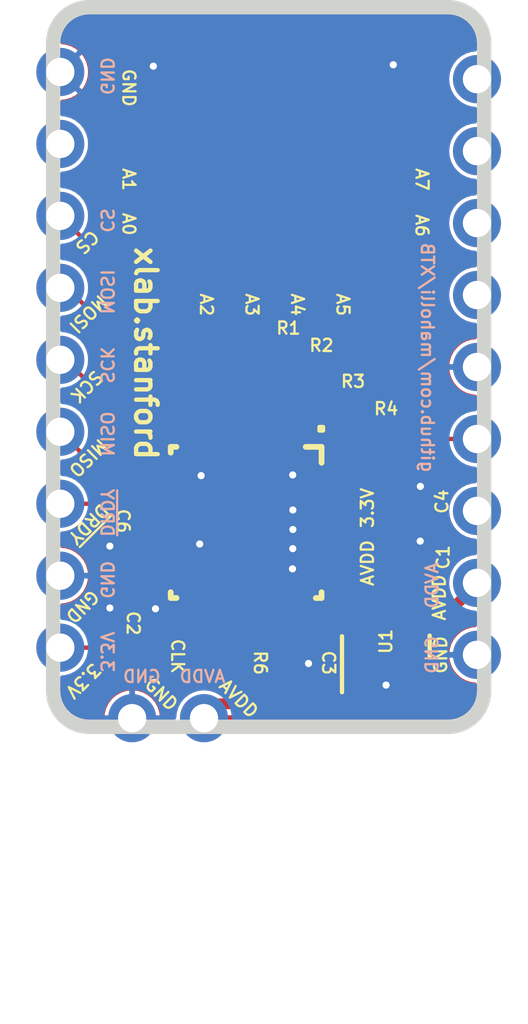
<source format=kicad_pcb>
(kicad_pcb (version 20221018) (generator pcbnew)
  (layers (0 "F.Cu" signal "Top") (31 "B.Cu" signal "Bottom") (34 "B.Paste" user) (35 "F.Paste" user) (36 "B.SilkS" user "B.Silkscreen") (37 "F.SilkS" user "F.Silkscreen") (38 "B.Mask" user) (39 "F.Mask" user) (44 "Edge.Cuts" user))
  (net 0 "")
  (net 1 "/AIN6")
  (net 2 "/AIN7")
  (net 3 "/AIN8")
  (net 4 "/AIN9")
  (net 5 "/AIN10")
  (net 6 "/AIN11")
  (net 7 "/ADC_~{RST}")
  (net 8 "/SPI_MISO")
  (net 9 "/SPI_SCK")
  (net 10 "/SPI_MOSI")
  (net 11 "/SPI_CS")
  (net 12 "/AIN0")
  (net 13 "/AIN1")
  (net 14 "/AIN2")
  (net 15 "/AIN3")
  (net 16 "/AIN4")
  (net 17 "/AIN5")
  (net 18 "/AIN1_QFN")
  (net 19 "/AIN2_QFN")
  (net 20 "/AIN3_QFN")
  (net 21 "/AIN4_QFN")
  (net 22 "AIN0_QFN")
  (net 23 "Net-(U1-Pad1)")
  (net 24 "Net-(U4-Pad25)")
  (net 25 "/~{DRDY}")
  (net 26 "Net-(J1-Pad2)")
  (net 27 "Net-(J2-Pad4)")
  (net 28 "Net-(J2-Pad3)")
  (net 29 "AVDD_OUT")
  (net 30 "Net-(J2-Pad7)")
  (net 31 "AVDD_IN")
  (net 32 "/AVDD")
  (net 33 "/CLK_IN")
  (net 34 "/CLK")
  (net 35 "/GND")
  (net 36 "AIN6_QFN")
  (net 37 "AIN7_QFN")
  (net 38 "/AIN5_QFN")
  (net 39 "/3.3V")
  (net 40 "Net-(C3-Pad1)")
  (net 41 "Net-(U2-Pad12)")
  (net 42 "Net-(U2-Pad9)")
  (net 43 "Net-(U2-Pad11)")
  (net 44 "Net-(U2-Pad10)")
  (net 45 "Net-(U2-Pad14)")
  (net 46 "Net-(U2-Pad7)")
  (net 47 "Net-(J2-Pad2)")
  (net 48 "Net-(J2-Pad1)")
  (footprint "custom-footprints:LM4120IM5X-1.8&slash_NOPB" (layer "F.Cu") (at 152.64486 114.8588 90)
    (fp_text reference "U1" (at 0.16794 0 90) (layer "F.SilkS") (effects (font (size 0.4318 0.4318) (thickness 0.08128))))
    (fp_text value "LM4120-1P8DBV" hide)
    (fp_line (start -1.625001 -1.549999) (end 0.349999 -1.549999) (stroke (width 0.1524)) (layer "F.SilkS"))
    (fp_line (start -0.399999 1.549999) (end 0.375003 1.549999) (stroke (width 0.1524)) (layer "F.SilkS"))
    (pad "1" smd rect (at -1.375001 -0.950001 180) (size 0.599999 1.000001) (layers "F.Cu") (net 23 "Net-(U1-Pad1)"))
    (pad "2" smd rect (at -1.375001 0 180) (size 0.599999 1.000001) (layers "F.Cu") (net 35 "/GND"))
    (pad "3" smd rect (at -1.375001 0.949998 180) (size 0.599999 1.000001) (layers "F.Cu") (net 31 "AVDD_IN"))
    (pad "4" smd rect (at 1.374999 0.949998 180) (size 0.599999 1.000001) (layers "F.Cu") (net 31 "AVDD_IN"))
    (pad "5" smd rect (at 1.374999 -0.950001 180) (size 0.599999 1.000001) (layers "F.Cu") (net 29 "AVDD_OUT"))
  )
  (footprint "Resistor_SMD:R_0402_1005Metric" (layer "F.Cu") (at 152.77338 110.67542 90)
    (fp_text reference "R8" hide)
    (fp_text value "0" hide)
    (pad "1" smd roundrect (at -0.485 0 90) (size 0.59 0.64) (layers "F.Cu" "F.Paste" "F.Mask") (net 32 "/AVDD"))
    (pad "2" smd roundrect (at 0.485 0 90) (size 0.59 0.64) (layers "F.Cu" "F.Paste" "F.Mask") (net 39 "/3.3V"))
  )
  (footprint "Resistor_SMD:R_0402_1005Metric" (layer "F.Cu") (at 152.77338 111.6457 90)
    (fp_text reference "R9" hide)
    (fp_text value "0" hide)
    (pad "1" smd roundrect (at -0.485 0 90) (size 0.59 0.64) (layers "F.Cu" "F.Paste" "F.Mask") (net 29 "AVDD_OUT"))
    (pad "2" smd roundrect (at 0.485 0 90) (size 0.59 0.64) (layers "F.Cu" "F.Paste" "F.Mask") (net 32 "/AVDD"))
  )
  (footprint "custom-footprints:C_ARRAY_EXB28V" (layer "F.Cu") (at 146.812 104.6988 90)
    (fp_text reference "RA2" hide)
    (fp_text value "EXB-28VR000X" hide)
    (pad "1" smd rect (at -0.5989 -1.016 90) (size 0.7072 0.9144) (layers "F.Cu" "F.Paste" "F.Mask") (net 12 "/AIN0"))
    (pad "2" smd rect (at -0.5989 -0.2477 90) (size 0.7072 0.3556) (layers "F.Cu" "F.Paste" "F.Mask") (net 13 "/AIN1"))
    (pad "3" smd rect (at -0.5989 0.2412 90) (size 0.7072 0.3556) (layers "F.Cu" "F.Paste" "F.Mask") (net 14 "/AIN2"))
    (pad "4" smd rect (at -0.5989 1.016 90) (size 0.7072 0.9144) (layers "F.Cu" "F.Paste" "F.Mask") (net 15 "/AIN3"))
    (pad "5" smd rect (at 0.5989 1.016 90) (size 0.7072 0.9144) (layers "F.Cu" "F.Paste" "F.Mask") (net 20 "/AIN3_QFN"))
    (pad "6" smd rect (at 0.5989 0.2477 90) (size 0.7072 0.3556) (layers "F.Cu" "F.Paste" "F.Mask") (net 19 "/AIN2_QFN"))
    (pad "7" smd rect (at 0.5989 -0.2412 90) (size 0.7072 0.3556) (layers "F.Cu" "F.Paste" "F.Mask") (net 18 "/AIN1_QFN"))
    (pad "8" smd rect (at 0.5989 -1.016 90) (size 0.7072 0.9144) (layers "F.Cu" "F.Paste" "F.Mask") (net 22 "AIN0_QFN"))
  )
  (footprint "Capacitor_SMD:C_0402_1005Metric" (layer "F.Cu") (at 153.86558 109.7026 -90)
    (fp_text reference "C4" (at 0.05334 -0.762 90) (layer "F.SilkS") (effects (font (size 0.4318 0.4318) (thickness 0.08128))))
    (fp_text value "0.33uF" hide)
    (pad "1" smd roundrect (at -0.485 0 270) (size 0.59 0.64) (layers "F.Cu" "F.Paste" "F.Mask") (net 35 "/GND"))
    (pad "2" smd roundrect (at 0.485 0 270) (size 0.59 0.64) (layers "F.Cu" "F.Paste" "F.Mask") (net 39 "/3.3V"))
  )
  (footprint "Resistor_SMD:R_0402_1005Metric" (layer "F.Cu") (at 149.1615 104.902 90)
    (fp_text reference "R1" (at 1.27 0.0381 180) (layer "F.SilkS") (effects (font (size 0.4318 0.4318) (thickness 0.08128))))
    (fp_text value "47" hide)
    (pad "1" smd roundrect (at -0.485 0 90) (size 0.59 0.64) (layers "F.Cu" "F.Paste" "F.Mask") (net 16 "/AIN4"))
    (pad "2" smd roundrect (at 0.485 0 90) (size 0.59 0.64) (layers "F.Cu" "F.Paste" "F.Mask") (net 21 "/AIN4_QFN"))
  )
  (footprint "Resistor_SMD:R_0402_1005Metric" (layer "F.Cu") (at 151.511 106.8705 90)
    (fp_text reference "R3" (at 1.3589 -0.0254 180) (layer "F.SilkS") (effects (font (size 0.4318 0.4318) (thickness 0.08128))))
    (fp_text value "47" hide)
    (pad "1" smd roundrect (at -0.485 0 90) (size 0.59 0.64) (layers "F.Cu" "F.Paste" "F.Mask") (net 1 "/AIN6"))
    (pad "2" smd roundrect (at 0.485 0 90) (size 0.59 0.64) (layers "F.Cu" "F.Paste" "F.Mask") (net 36 "AIN6_QFN"))
  )
  (footprint "Resistor_SMD:R_0402_1005Metric" (layer "F.Cu") (at 152.654 107.823 90)
    (fp_text reference "R4" (at 1.3462 0 180) (layer "F.SilkS") (effects (font (size 0.4318 0.4318) (thickness 0.08128))))
    (fp_text value "47" hide)
    (pad "1" smd roundrect (at -0.485 0 90) (size 0.59 0.64) (layers "F.Cu" "F.Paste" "F.Mask") (net 2 "/AIN7"))
    (pad "2" smd roundrect (at 0.485 0 90) (size 0.59 0.64) (layers "F.Cu" "F.Paste" "F.Mask") (net 37 "AIN7_QFN"))
  )
  (footprint "Connector_PinHeader_2.54mm:PinHeader_1x09_P2.54mm_Vertical" (layer "F.Cu") (at 155.8671 94.8436)
    (fp_text reference "J2" hide)
    (fp_text value "Conn_01x09" hide)
    (pad "1" thru_hole circle (at 0 0) (size 1.7 1.7) (drill 1) (layers "*.Cu" "*.Mask") (net 48 "Net-(J2-Pad1)"))
    (pad "2" thru_hole oval (at 0 2.54) (size 1.7 1.7) (drill 1) (layers "*.Cu" "*.Mask") (net 47 "Net-(J2-Pad2)"))
    (pad "3" thru_hole oval (at 0 5.08) (size 1.7 1.7) (drill 1) (layers "*.Cu" "*.Mask") (net 28 "Net-(J2-Pad3)"))
    (pad "4" thru_hole oval (at 0 7.62) (size 1.7 1.7) (drill 1) (layers "*.Cu" "*.Mask") (net 27 "Net-(J2-Pad4)"))
    (pad "5" thru_hole oval (at 0 10.16) (size 1.7 1.7) (drill 1) (layers "*.Cu" "*.Mask") (net 35 "/GND"))
    (pad "6" thru_hole oval (at 0 12.7) (size 1.7 1.7) (drill 1) (layers "*.Cu" "*.Mask") (net 39 "/3.3V"))
    (pad "7" thru_hole oval (at 0 15.24) (size 1.7 1.7) (drill 1) (layers "*.Cu" "*.Mask") (net 30 "Net-(J2-Pad7)"))
    (pad "8" thru_hole oval (at 0 17.78) (size 1.7 1.7) (drill 1) (layers "*.Cu" "*.Mask") (net 31 "AVDD_IN"))
    (pad "9" thru_hole oval (at 0 20.32) (size 1.7 1.7) (drill 1) (layers "*.Cu" "*.Mask") (net 35 "/GND"))
  )
  (footprint "custom-footprints:HVQFN_C" (layer "F.Cu") (at 148.6916 97.536 90)
    (fp_text reference "U2" hide)
    (fp_text value "M-QFN28_B")
    (pad "1" smd rect (at -4.254 -2.40375 180) (size 0.575 0.7) (layers "F.Cu" "F.Paste" "F.Mask") (net 19 "/AIN2_QFN"))
    (pad "2" smd rect (at -4.254 -0.80125 180) (size 0.575 0.7) (layers "F.Cu" "F.Paste" "F.Mask") (net 20 "/AIN3_QFN"))
    (pad "3" smd rect (at -4.254 0.80125 180) (size 0.575 0.7) (layers "F.Cu" "F.Paste" "F.Mask") (net 21 "/AIN4_QFN"))
    (pad "4" smd rect (at -4.254 2.40375 180) (size 0.575 0.7) (layers "F.Cu" "F.Paste" "F.Mask") (net 38 "/AIN5_QFN"))
    (pad "5" smd rect (at -2.40375 4.254 270) (size 0.575 0.7) (layers "F.Cu" "F.Paste" "F.Mask") (net 36 "AIN6_QFN"))
    (pad "6" smd rect (at -0.80125 4.254 270) (size 0.575 0.7) (layers "F.Cu" "F.Paste" "F.Mask") (net 37 "AIN7_QFN"))
    (pad "7" smd rect (at 0.80125 4.254 270) (size 0.575 0.7) (layers "F.Cu" "F.Paste" "F.Mask") (net 46 "Net-(U2-Pad7)"))
    (pad "8" smd rect (at 2.40375 4.254 270) (size 0.575 0.7) (layers "F.Cu" "F.Paste" "F.Mask") (net 35 "/GND"))
    (pad "9" smd rect (at 4.254 2.40375 180) (size 0.575 0.7) (layers "F.Cu" "F.Paste" "F.Mask") (net 42 "Net-(U2-Pad9)"))
    (pad "10" smd rect (at 4.254 0.80125 180) (size 0.575 0.7) (layers "F.Cu" "F.Paste" "F.Mask") (net 44 "Net-(U2-Pad10)"))
    (pad "11" smd rect (at 4.254 -0.80125 180) (size 0.575 0.7) (layers "F.Cu" "F.Paste" "F.Mask") (net 43 "Net-(U2-Pad11)"))
    (pad "12" smd rect (at 4.254 -2.40375 180) (size 0.575 0.7) (layers "F.Cu" "F.Paste" "F.Mask") (net 41 "Net-(U2-Pad12)"))
    (pad "13" smd rect (at 2.40375 -4.254 270) (size 0.575 0.7) (layers "F.Cu" "F.Paste" "F.Mask") (net 35 "/GND"))
    (pad "14" smd rect (at 0.80125 -4.254 270) (size 0.575 0.7) (layers "F.Cu" "F.Paste" "F.Mask") (net 45 "Net-(U2-Pad14)"))
    (pad "15" smd rect (at -0.80125 -4.254 270) (size 0.575 0.7) (layers "F.Cu" "F.Paste" "F.Mask") (net 18 "/AIN1_QFN"))
    (pad "16" smd rect (at -2.40375 -4.254 270) (size 0.575 0.7) (layers "F.Cu" "F.Paste" "F.Mask") (net 22 "AIN0_QFN"))
  )
  (footprint "Capacitor_SMD:C_0402_1005Metric" (layer "F.Cu") (at 142.8877 111.8108 90)
    (fp_text reference "C6" (at 1.3716 0.4699 270 unlocked) (layer "F.SilkS") (effects (font (size 0.4318 0.4318) (thickness 0.08128))))
    (fp_text value "0.1uF" hide)
    (pad "1" smd roundrect (at -0.485 0 90) (size 0.59 0.64) (layers "F.Cu" "F.Paste" "F.Mask") (net 39 "/3.3V"))
    (pad "2" smd roundrect (at 0.485 0 90) (size 0.59 0.64) (layers "F.Cu" "F.Paste" "F.Mask") (net 35 "/GND"))
  )
  (footprint "Connector_PinHeader_2.54mm:PinHeader_1x09_P2.54mm_Vertical" (layer "F.Cu") (at 141.1351 94.5896)
    (fp_text reference "J1" hide)
    (fp_text value "Conn_01x09" hide)
    (pad "1" thru_hole circle (at 0 0) (size 1.7 1.7) (drill 1) (layers "*.Cu" "*.Mask") (net 35 "/GND"))
    (pad "2" thru_hole oval (at 0 2.54) (size 1.7 1.7) (drill 1) (layers "*.Cu" "*.Mask") (net 26 "Net-(J1-Pad2)"))
    (pad "3" thru_hole oval (at 0 5.08) (size 1.7 1.7) (drill 1) (layers "*.Cu" "*.Mask") (net 11 "/SPI_CS"))
    (pad "4" thru_hole oval (at 0 7.62) (size 1.7 1.7) (drill 1) (layers "*.Cu" "*.Mask") (net 10 "/SPI_MOSI"))
    (pad "5" thru_hole oval (at 0 10.16) (size 1.7 1.7) (drill 1) (layers "*.Cu" "*.Mask") (net 9 "/SPI_SCK"))
    (pad "6" thru_hole oval (at 0 12.7) (size 1.7 1.7) (drill 1) (layers "*.Cu" "*.Mask") (net 8 "/SPI_MISO"))
    (pad "7" thru_hole oval (at 0 15.24) (size 1.7 1.7) (drill 1) (layers "*.Cu" "*.Mask") (net 25 "/~{DRDY}"))
    (pad "8" thru_hole oval (at 0 17.78) (size 1.7 1.7) (drill 1) (layers "*.Cu" "*.Mask") (net 35 "/GND"))
    (pad "9" thru_hole oval (at 0 20.32) (size 1.7 1.7) (drill 1) (layers "*.Cu" "*.Mask") (net 39 "/3.3V"))
  )
  (footprint "Resistor_SMD:R_0402_1005Metric" (layer "F.Cu") (at 144.5006 114.023 -90)
    (fp_text reference "R7" hide)
    (fp_text value "0")
    (pad "1" smd roundrect (at -0.485 0 270) (size 0.59 0.64) (layers "F.Cu" "F.Paste" "F.Mask") (net 35 "/GND"))
    (pad "2" smd roundrect (at 0.485 0 270) (size 0.59 0.64) (layers "F.Cu" "F.Paste" "F.Mask") (net 34 "/CLK"))
  )
  (footprint "Resistor_SMD:R_0402_1005Metric" (layer "F.Cu") (at 144.5006 114.99342 -90)
    (fp_text reference "R5" hide)
    (fp_text value "0" hide)
    (pad "1" smd roundrect (at -0.485 0 270) (size 0.59 0.64) (layers "F.Cu" "F.Paste" "F.Mask") (net 34 "/CLK"))
    (pad "2" smd roundrect (at 0.485 0 270) (size 0.59 0.64) (layers "F.Cu" "F.Paste" "F.Mask") (net 33 "/CLK_IN"))
  )
  (footprint "Capacitor_SMD:C_0402_1005Metric" (layer "F.Cu") (at 149.4409 115.4557)
    (fp_text reference "C3" (at 1.1811 -0.0127 270 unlocked) (layer "F.SilkS") (effects (font (size 0.4318 0.4318) (thickness 0.08128))))
    (fp_text value "1uF" hide)
    (pad "1" smd roundrect (at -0.485 0) (size 0.59 0.64) (layers "F.Cu" "F.Paste" "F.Mask") (net 40 "Net-(C3-Pad1)"))
    (pad "2" smd roundrect (at 0.485 0) (size 0.59 0.64) (layers "F.Cu" "F.Paste" "F.Mask") (net 35 "/GND"))
  )
  (footprint "custom-footprints:ADS124S08_QFP" (layer "F.Cu") (at 147.701 110.49 -90)
    (fp_text reference "U4" hide)
    (fp_text value "Value")
    (pad "1" smd rect (at -3.1 -1.75) (size 0.3 1.6) (layers "F.Cu" "F.Paste" "F.Mask") (net 35 "/GND"))
    (pad "2" smd rect (at -3.1 -1.25) (size 0.3 1.6) (layers "F.Cu" "F.Paste" "F.Mask") (net 17 "/AIN5"))
    (pad "3" smd rect (at -3.1 -0.75) (size 0.3 1.6) (layers "F.Cu" "F.Paste" "F.Mask") (net 16 "/AIN4"))
    (pad "4" smd rect (at -3.1 -0.25) (size 0.3 1.6) (layers "F.Cu" "F.Paste" "F.Mask") (net 15 "/AIN3"))
    (pad "5" smd rect (at -3.1 0.25) (size 0.3 1.6) (layers "F.Cu" "F.Paste" "F.Mask") (net 14 "/AIN2"))
    (pad "6" smd rect (at -3.1 0.75) (size 0.3 1.6) (layers "F.Cu" "F.Paste" "F.Mask") (net 13 "/AIN1"))
    (pad "7" smd rect (at -3.1 1.25) (size 0.3 1.6) (layers "F.Cu" "F.Paste" "F.Mask") (net 12 "/AIN0"))
    (pad "8" smd rect (at -3.1 1.75) (size 0.3 1.6) (layers "F.Cu" "F.Paste" "F.Mask") (net 35 "/GND"))
    (pad "9" smd rect (at -1.75 3.1 270) (size 0.3 1.6) (layers "F.Cu" "F.Paste" "F.Mask") (net 11 "/SPI_CS"))
    (pad "10" smd rect (at -1.25 3.1 270) (size 0.3 1.6) (layers "F.Cu" "F.Paste" "F.Mask") (net 10 "/SPI_MOSI"))
    (pad "11" smd rect (at -0.75 3.1 270) (size 0.3 1.6) (layers "F.Cu" "F.Paste" "F.Mask") (net 9 "/SPI_SCK"))
    (pad "12" smd rect (at -0.25 3.1 270) (size 0.3 1.6) (layers "F.Cu" "F.Paste" "F.Mask") (net 8 "/SPI_MISO"))
    (pad "13" smd rect (at 0.25 3.1 270) (size 0.3 1.6) (layers "F.Cu" "F.Paste" "F.Mask") (net 25 "/~{DRDY}"))
    (pad "14" smd rect (at 0.75 3.1 270) (size 0.3 1.6) (layers "F.Cu" "F.Paste" "F.Mask") (net 35 "/GND"))
    (pad "15" smd rect (at 1.25 3.1 270) (size 0.3 1.6) (layers "F.Cu" "F.Paste" "F.Mask") (net 39 "/3.3V"))
    (pad "16" smd rect (at 1.75 3.1 270) (size 0.3 1.6) (layers "F.Cu" "F.Paste" "F.Mask") (net 39 "/3.3V"))
    (pad "17" smd rect (at 3.1 1.75) (size 0.3 1.6) (layers "F.Cu" "F.Paste" "F.Mask") (net 34 "/CLK"))
    (pad "18" smd rect (at 3.1 1.25) (size 0.3 1.6) (layers "F.Cu" "F.Paste" "F.Mask") (net 7 "/ADC_~{RST}"))
    (pad "19" smd rect (at 3.1 0.75) (size 0.3 1.6) (layers "F.Cu" "F.Paste" "F.Mask") (net 6 "/AIN11"))
    (pad "20" smd rect (at 3.1 0.25) (size 0.3 1.6) (layers "F.Cu" "F.Paste" "F.Mask") (net 5 "/AIN10"))
    (pad "21" smd rect (at 3.1 -0.25) (size 0.3 1.6) (layers "F.Cu" "F.Paste" "F.Mask") (net 4 "/AIN9"))
    (pad "22" smd rect (at 3.1 -0.75) (size 0.3 1.6) (layers "F.Cu" "F.Paste" "F.Mask") (net 3 "/AIN8"))
    (pad "23" smd rect (at 3.1 -1.25) (size 0.3 1.6) (layers "F.Cu" "F.Paste" "F.Mask") (net 40 "Net-(C3-Pad1)"))
    (pad "24" smd rect (at 3.1 -1.75) (size 0.3 1.6) (layers "F.Cu" "F.Paste" "F.Mask") (net 35 "/GND"))
    (pad "25" smd rect (at 1.75 -3.1 270) (size 0.3 1.6) (layers "F.Cu" "F.Paste" "F.Mask") (net 24 "Net-(U4-Pad25)"))
    (pad "26" smd rect (at 1.25 -3.1 270) (size 0.3 1.6) (layers "F.Cu" "F.Paste" "F.Mask") (net 32 "/AVDD"))
    (pad "27" smd rect (at 0.75 -3.1 270) (size 0.3 1.6) (layers "F.Cu" "F.Paste" "F.Mask") (net 35 "/GND"))
    (pad "28" smd rect (at 0.25 -3.1 270) (size 0.3 1.6) (layers "F.Cu" "F.Paste" "F.Mask") (net 35 "/GND"))
    (pad "29" smd rect (at -0.25 -3.1 270) (size 0.3 1.6) (layers "F.Cu" "F.Paste" "F.Mask") (net 35 "/GND"))
    (pad "30" smd rect (at -0.75 -3.1 270) (size 0.3 1.6) (layers "F.Cu" "F.Paste" "F.Mask") (net 32 "/AVDD"))
    (pad "31" smd rect (at -1.25 -3.1 270) (size 0.3 1.6) (layers "F.Cu" "F.Paste" "F.Mask") (net 2 "/AIN7"))
    (pad "32" smd rect (at -1.75 -3.1 270) (size 0.3 1.6) (layers "F.Cu" "F.Paste" "F.Mask") (net 1 "/AIN6"))
  )
  (footprint "custom-footprints:ADS124208_withpad" (layer "F.Cu") (at 147.7051 110.49 -90)
    (fp_text reference "U5" hide)
    (fp_text value "Value" hide)
    (fp_line (start -2.667 -2.667) (end -2.1082 -2.667) (stroke (width 0.2032)) (layer "F.SilkS"))
    (fp_line (start -2.667 -2.1082) (end -2.667 -2.667) (stroke (width 0.2032)) (layer "F.SilkS"))
    (fp_line (start -2.667 2.667) (end -2.667 2.4638) (stroke (width 0.2032)) (layer "F.SilkS"))
    (fp_line (start -2.667 2.667) (end -2.4638 2.667) (stroke (width 0.2032)) (layer "F.SilkS"))
    (fp_line (start 2.4638 -2.667) (end 2.667 -2.667) (stroke (width 0.2032)) (layer "F.SilkS"))
    (fp_line (start 2.4638 2.667) (end 2.667 2.667) (stroke (width 0.2032)) (layer "F.SilkS"))
    (fp_line (start 2.667 -2.4638) (end 2.667 -2.667) (stroke (width 0.2032)) (layer "F.SilkS"))
    (fp_line (start 2.667 2.667) (end 2.667 2.4638) (stroke (width 0.2032)) (layer "F.SilkS"))
    (pad "1" smd rect (at -2.4 -1.75 180) (size 0.24 0.6) (layers "F.Cu" "F.Paste" "F.Mask") (net 35 "/GND"))
    (pad "2" smd rect (at -2.4 -1.25 180) (size 0.24 0.6) (layers "F.Cu" "F.Paste" "F.Mask") (net 17 "/AIN5"))
    (pad "3" smd rect (at -2.4 -0.75 180) (size 0.24 0.6) (layers "F.Cu" "F.Paste" "F.Mask") (net 16 "/AIN4"))
    (pad "4" smd rect (at -2.4 -0.25 180) (size 0.24 0.6) (layers "F.Cu" "F.Paste" "F.Mask") (net 15 "/AIN3"))
    (pad "5" smd rect (at -2.4 0.250003 180) (size 0.24 0.6) (layers "F.Cu" "F.Paste" "F.Mask") (net 14 "/AIN2"))
    (pad "6" smd rect (at -2.4 0.75 180) (size 0.24 0.6) (layers "F.Cu" "F.Paste" "F.Mask") (net 13 "/AIN1"))
    (pad "7" smd rect (at -2.4 1.25 180) (size 0.24 0.6) (layers "F.Cu" "F.Paste" "F.Mask") (net 12 "/AIN0"))
    (pad "8" smd rect (at -2.4 1.750003 180) (size 0.24 0.6) (layers "F.Cu" "F.Paste" "F.Mask") (net 35 "/GND"))
    (pad "9" smd rect (at -1.75 2.4 270) (size 0.24 0.6) (layers "F.Cu" "F.Paste" "F.Mask") (net 11 "/SPI_CS"))
    (pad "10" smd rect (at -1.25 2.4 270) (size 0.24 0.6) (layers "F.Cu" "F.Paste" "F.Mask") (net 10 "/SPI_MOSI"))
    (pad "11" smd rect (at -0.75 2.4 270) (size 0.24 0.6) (layers "F.Cu" "F.Paste" "F.Mask") (net 9 "/SPI_SCK"))
    (pad "12" smd rect (at -0.25 2.4 270) (size 0.24 0.6) (layers "F.Cu" "F.Paste" "F.Mask") (net 8 "/SPI_MISO"))
    (pad "13" smd rect (at 0.250003 2.4 270) (size 0.24 0.6) (layers "F.Cu" "F.Paste" "F.Mask") (net 25 "/~{DRDY}"))
    (pad "14" smd rect (at 0.75 2.4 270) (size 0.24 0.6) (layers "F.Cu" "F.Paste" "F.Mask") (net 35 "/GND"))
    (pad "15" smd rect (at 1.25 2.4 270) (size 0.24 0.6) (layers "F.Cu" "F.Paste" "F.Mask") (net 39 "/3.3V"))
    (pad "16" smd rect (at 1.750003 2.4 270) (size 0.24 0.6) (layers "F.Cu" "F.Paste" "F.Mask") (net 39 "/3.3V"))
    (pad "17" smd rect (at 2.4 1.75) (size 0.24 0.6) (layers "F.Cu" "F.Paste" "F.Mask") (net 34 "/CLK"))
    (pad "18" smd rect (at 2.4 1.25) (size 0.24 0.6) (layers "F.Cu" "F.Paste" "F.Mask") (net 7 "/ADC_~{RST}"))
    (pad "19" smd rect (at 2.4 0.75) (size 0.24 0.6) (layers "F.Cu" "F.Paste" "F.Mask") (net 6 "/AIN11"))
    (pad "20" smd rect (at 2.4 0.25) (size 0.24 0.6) (layers "F.Cu" "F.Paste" "F.Mask") (net 5 "/AIN10"))
    (pad "21" smd rect (at 2.4 -0.250003) (size 0.24 0.6) (layers "F.Cu" "F.Paste" "F.Mask") (net 4 "/AIN9"))
    (pad "22" smd rect (at 2.4 -0.75) (size 0.24 0.6) (layers "F.Cu" "F.Paste" "F.Mask") (net 3 "/AIN8"))
    (pad "23" smd rect (at 2.4 -1.25) (size 0.24 0.6) (layers "F.Cu" "F.Paste" "F.Mask") (net 40 "Net-(C3-Pad1)"))
    (pad "24" smd rect (at 2.4 -1.750003) (size 0.24 0.6) (layers "F.Cu" "F.Paste" "F.Mask") (net 35 "/GND"))
    (pad "25" smd rect (at 1.75 -2.4 90) (size 0.24 0.6) (layers "F.Cu" "F.Paste" "F.Mask") (net 24 "Net-(U4-Pad25)"))
    (pad "26" smd rect (at 1.25 -2.4 90) (size 0.24 0.6) (layers "F.Cu" "F.Paste" "F.Mask") (net 32 "/AVDD"))
    (pad "27" smd rect (at 0.75 -2.4 90) (size 0.24 0.6) (layers "F.Cu" "F.Paste" "F.Mask") (net 35 "/GND"))
    (pad "28" smd rect (at 0.25 -2.4 90) (size 0.24 0.6) (layers "F.Cu" "F.Paste" "F.Mask") (net 35 "/GND"))
    (pad "29" smd rect (at -0.250003 -2.4 90) (size 0.24 0.6) (layers "F.Cu" "F.Paste" "F.Mask") (net 35 "/GND"))
    (pad "30" smd rect (at -0.75 -2.4 90) (size 0.24 0.6) (layers "F.Cu" "F.Paste" "F.Mask") (net 32 "/AVDD"))
    (pad "31" smd rect (at -1.25 -2.4 90) (size 0.24 0.6) (layers "F.Cu" "F.Paste" "F.Mask") (net 2 "/AIN7"))
    (pad "32" smd rect (at -1.750003 -2.4 90) (size 0.24 0.6) (layers "F.Cu" "F.Paste" "F.Mask") (net 1 "/AIN6"))
    (pad "33" smd rect (at 0 0 180) (size 3.300001 3.300001) (layers "F.Cu" "F.Paste" "F.Mask") (net 35 "/GND"))
  )
  (footprint "Capacitor_SMD:C_0402_1005Metric" (layer "F.Cu") (at 142.8877 113.9952 90)
    (fp_text reference "C2" (at -0.0508 0.8255 270 unlocked) (layer "F.SilkS") (effects (font (size 0.4318 0.4318) (thickness 0.08128))))
    (fp_text value "0.1uF" hide)
    (pad "1" smd roundrect (at -0.485 0 90) (size 0.59 0.64) (layers "F.Cu" "F.Paste" "F.Mask") (net 39 "/3.3V"))
    (pad "2" smd roundrect (at 0.485 0 90) (size 0.59 0.64) (layers "F.Cu" "F.Paste" "F.Mask") (net 35 "/GND"))
  )
  (footprint "Capacitor_SMD:C_0402_1005Metric" (layer "F.Cu") (at 153.8605 111.633 90)
    (fp_text reference "C1" (at -0.0889 0.81026 270) (layer "F.SilkS") (effects (font (size 0.4318 0.4318) (thickness 0.08128))))
    (fp_text value "1uF" hide)
    (pad "1" smd roundrect (at -0.485 0 90) (size 0.59 0.64) (layers "F.Cu" "F.Paste" "F.Mask") (net 29 "AVDD_OUT"))
    (pad "2" smd roundrect (at 0.485 0 90) (size 0.59 0.64) (layers "F.Cu" "F.Paste" "F.Mask") (net 35 "/GND"))
  )
  (footprint "custom-footprints:PinHeader_CUSTOM2" (layer "F.Cu") (at 146.2151 117.3988)
    (fp_text reference "J3" hide)
    (fp_text value "Conn_01x01")
    (pad "1" thru_hole oval (at 0 0) (size 1.7 1.7) (drill 1) (layers "*.Cu" "*.Mask") (net 31 "AVDD_IN"))
  )
  (footprint "custom-footprints:PinHeader_CUSTOM2" (layer "F.Cu") (at 143.6751 117.3988)
    (fp_text reference "J4" hide)
    (fp_text value "Conn_01x01")
    (pad "1" thru_hole oval (at 0 0) (size 1.7 1.7) (drill 1) (layers "*.Cu" "*.Mask") (net 35 "/GND"))
  )
  (footprint "Resistor_SMD:R_0402_1005Metric" (layer "F.Cu") (at 150.368 105.537 90)
    (fp_text reference "R2" (at 1.2954 0 180) (layer "F.SilkS") (effects (font (size 0.4318 0.4318) (thickness 0.08128))))
    (fp_text value "47" hide)
    (pad "1" smd roundrect (at -0.485 0 90) (size 0.59 0.64) (layers "F.Cu" "F.Paste" "F.Mask") (net 17 "/AIN5"))
    (pad "2" smd roundrect (at 0.485 0 90) (size 0.59 0.64) (layers "F.Cu" "F.Paste" "F.Mask") (net 38 "/AIN5_QFN"))
  )
  (footprint "Resistor_SMD:R_0402_1005Metric" (layer "F.Cu") (at 146.9644 115.4684 180)
    (fp_text reference "R6" (at -1.2446 0.0254 270 unlocked) (layer "F.SilkS") (effects (font (size 0.4318 0.4318) (thickness 0.08128))))
    (fp_text value "10K" hide)
    (pad "1" smd roundrect (at -0.485 0 180) (size 0.59 0.64) (layers "F.Cu" "F.Paste" "F.Mask") (net 39 "/3.3V"))
    (pad "2" smd roundrect (at 0.485 0 180) (size 0.59 0.64) (layers "F.Cu" "F.Paste" "F.Mask") (net 7 "/ADC_~{RST}"))
  )
  (gr_line (start 150.4251 107.2468) (end 150.2981 107.2468) (stroke (width 0.15)) (layer "F.SilkS"))
  (gr_line (start 150.4251 107.1198) (end 150.4251 107.2468) (stroke (width 0.15)) (layer "F.SilkS"))
  (gr_line (start 150.2981 107.2468) (end 150.2981 107.1198) (stroke (width 0.15)) (layer "F.SilkS"))
  (gr_line (start 150.2981 107.1198) (end 150.4251 107.1198) (stroke (width 0.15)) (layer "F.SilkS"))
  (gr_line (start 154.8511 92.3036) (end 142.1511 92.3036) (stroke (width 0.508)) (layer "Edge.Cuts"))
  (gr_arc (start 140.8811 93.5736) (mid 141.253074 92.675574) (end 142.1511 92.3036) (stroke (width 0.508)) (layer "Edge.Cuts"))
  (gr_line (start 142.1511 117.7036) (end 154.8511 117.7036) (stroke (width 0.508)) (layer "Edge.Cuts"))
  (gr_arc (start 156.1211 116.4336) (mid 155.749126 117.331626) (end 154.8511 117.7036) (stroke (width 0.508)) (layer "Edge.Cuts"))
  (gr_line (start 156.1211 116.4336) (end 156.1211 93.5736) (stroke (width 0.508)) (layer "Edge.Cuts"))
  (gr_line (start 140.8811 93.5736) (end 140.8811 116.4336) (stroke (width 0.508)) (layer "Edge.Cuts"))
  (gr_arc (start 154.8511 92.3036) (mid 155.749126 92.675574) (end 156.1211 93.5736) (stroke (width 0.508)) (layer "Edge.Cuts"))
  (gr_arc (start 142.1511 117.7036) (mid 141.253074 117.331626) (end 140.8811 116.4336) (stroke (width 0.508)) (layer "Edge.Cuts"))
  (gr_text "MISO" (at 143.0401 106.5276 -90) (layer "B.SilkS") (effects (font (size 0.43434 0.43434) (thickness 0.082296)) (justify right top mirror)))
  (gr_text "CS" (at 143.0401 99.3521 -90) (layer "B.SilkS") (effects (font (size 0.43434 0.43434) (thickness 0.082296)) (justify right top mirror)))
  (gr_text "GND" (at 143.0401 111.7981 -90) (layer "B.SilkS") (effects (font (size 0.43434 0.43434) (thickness 0.082296)) (justify right top mirror)))
  (gr_text "MOSI" (at 143.0401 101.5111 -90) (layer "B.SilkS") (effects (font (size 0.43434 0.43434) (thickness 0.082296)) (justify right top mirror)))
  (gr_text "SCK" (at 143.0401 104.2416 -90) (layer "B.SilkS") (effects (font (size 0.43434 0.43434) (thickness 0.082296)) (justify right top mirror)))
  (gr_text "~{DRDY}" (at 143.0401 109.2581 -90) (layer "B.SilkS") (effects (font (size 0.43434 0.43434) (thickness 0.082296)) (justify right top mirror)))
  (gr_text "GND" (at 143.0401 94.0181 -90) (layer "B.SilkS") (effects (font (size 0.43434 0.43434) (thickness 0.082296)) (justify right top mirror)))
  (gr_text "github.com/maholli/XTB" (at 154.3685 100.5713 -90) (layer "B.SilkS") (effects (font (size 0.43434 0.43434) (thickness 0.082296)) (justify right top mirror)))
  (gr_text "3.3V" (at 143.0401 114.3 -90) (layer "B.SilkS") (effects (font (size 0.43434 0.43434) (thickness 0.082296)) (justify right top mirror)))
  (gr_text "AVDD" (at 147.0152 116.1796) (layer "B.SilkS") (effects (font (size 0.4318 0.4318) (thickness 0.08128)) (justify left bottom mirror)))
  (gr_text "GND" (at 144.7292 116.1796) (layer "B.SilkS") (effects (font (size 0.4318 0.4318) (thickness 0.08128)) (justify left bottom mirror)))
  (gr_text "AVDD" (at 154.5336 111.8616 90) (layer "B.SilkS") (effects (font (size 0.4318 0.4318) (thickness 0.08128)) (justify left bottom mirror)))
  (gr_text "GND" (at 154.5336 114.4524 90) (layer "B.SilkS") (effects (font (size 0.4318 0.4318) (thickness 0.08128)) (justify left bottom mirror)))
  (gr_text "xlab.stanford" (at 143.7132 100.6856 270) (layer "F.SilkS") (effects (font (size 0.762 0.762) (thickness 0.1524)) (justify left bottom)))
  (gr_text "CLK" (at 145.034 114.554 270) (layer "F.SilkS") (effects (font (size 0.4318 0.4318) (thickness 0.08128)) (justify left bottom)))
  (gr_text "AVDD" (at 152.2476 112.776 90) (layer "F.SilkS") (effects (font (size 0.4318 0.4318) (thickness 0.08128)) (justify left bottom)))
  (gr_text "3.3V" (at 152.2476 110.73 90) (layer "F.SilkS") (effects (font (size 0.4318 0.4318) (thickness 0.08128)) (justify left bottom)))
  (gr_text "GND" (at 154.8384 115.8748 90) (layer "F.SilkS") (effects (font (size 0.4318 0.4318) (thickness 0.08128)) (justify left bottom)))
  (gr_text "GND" (at 144.018 116.2304 315) (layer "F.SilkS") (effects (font (size 0.4318 0.4318) (thickness 0.08128)) (justify left bottom)))
  (gr_text "AVDD" (at 146.6596 116.2812 315) (layer "F.SilkS") (effects (font (size 0.4318 0.4318) (thickness 0.08128)) (justify left bottom)))
  (gr_text "A0" (at 143.3068 99.5172 270) (layer "F.SilkS") (effects (font (size 0.4318 0.4318) (thickness 0.08128)) (justify left bottom)))
  (gr_text "A3" (at 147.658666 102.362 270) (layer "F.SilkS") (effects (font (size 0.4318 0.4318) (thickness 0.08128)) (justify left bottom)))
  (gr_text "A7" (at 153.67 97.9424 270) (layer "F.SilkS") (effects (font (size 0.4318 0.4318) (thickness 0.08128)) (justify left bottom)))
  (gr_text "~{DRDY}" (at 141.6812 111.3536 225) (layer "F.SilkS") (effects (font (size 0.43434 0.43434) (thickness 0.082296)) (justify right top)))
  (gr_text "GND" (at 143.3068 94.4372 270) (layer "F.SilkS") (effects (font (size 0.4318 0.4318) (thickness 0.08128)) (justify left bottom)))
  (gr_text "SCK" (at 142.367 105.029 225) (layer "F.SilkS") (effects (font (size 0.4318 0.4318) (thickness 0.08128)) (justify left bottom)))
  (gr_text "MOSI" (at 142.5321 102.362 225) (layer "F.SilkS") (effects (font (size 0.4318 0.4318) (thickness 0.08128)) (justify left bottom)))
  (gr_text "A6" (at 153.67 99.568 270) (layer "F.SilkS") (effects (font (size 0.4318 0.4318) (thickness 0.08128)) (justify left bottom)))
  (gr_text "A5" (at 150.876 102.362 270) (layer "F.SilkS") (effects (font (size 0.4318 0.4318) (thickness 0.08128)) (justify left bottom)))
  (gr_text "MISO" (at 142.5321 107.442 225) (layer "F.SilkS") (effects (font (size 0.4318 0.4318) (thickness 0.08128)) (justify left bottom)))
  (gr_text "AVDD" (at 154.7876 113.9952 90) (layer "F.SilkS") (effects (font (size 0.4318 0.4318) (thickness 0.08128)) (justify left bottom)))
  (gr_text "A1" (at 143.3068 97.9424 270) (layer "F.SilkS") (effects (font (size 0.4318 0.4318) (thickness 0.08128)) (justify left bottom)))
  (gr_text "A2" (at 146.05 102.362 270) (layer "F.SilkS") (effects (font (size 0.4318 0.4318) (thickness 0.08128)) (justify left bottom)))
  (gr_text "3.3V" (at 142.2908 115.3668 225) (layer "F.SilkS") (effects (font (size 0.4318 0.4318) (thickness 0.08128)) (justify left bottom)))
  (gr_text "A4" (at 149.267332 102.362 270) (layer "F.SilkS") (effects (font (size 0.4318 0.4318) (thickness 0.08128)) (justify left bottom)))
  (gr_text "CS" (at 142.24 100.076 225) (layer "F.SilkS") (effects (font (size 0.4318 0.4318) (thickness 0.08128)) (justify left bottom)))
  (gr_text "GND" (at 142.24 112.776 225) (layer "F.SilkS") (effects (font (size 0.4318 0.4318) (thickness 0.08128)) (justify left bottom)))
  (segment (start 150.8125 107.95) (end 151.4475 107.315) (width 0.1524) (layer "F.Cu") (net 1))
  (segment (start 150.8125 108.6485) (end 150.8125 107.95) (width 0.1524) (layer "F.Cu") (net 1))
  (segment (start 152.019 109.22) (end 152.527 108.712) (width 0.1524) (layer "F.Cu") (net 2))
  (segment (start 151.511 109.22) (end 152.019 109.22) (width 0.1524) (layer "F.Cu") (net 2))
  (segment (start 152.527 108.712) (end 152.527 108.331) (width 0.1524) (layer "F.Cu") (net 2))
  (segment (start 146.47926 115.31868) (end 146.47926 113.61826) (width 0.1524) (layer "F.Cu") (net 7))
  (segment (start 143.4835 110.24) (end 141.81835 108.57485) (width 0.1524) (layer "F.Cu") (net 8))
  (segment (start 144.4359 110.24) (end 143.4835 110.24) (width 0.1524) (layer "F.Cu") (net 8))
  (segment (start 141.81835 108.57485) (end 141.81835 107.97285) (width 0.1524) (layer "F.Cu") (net 8))
  (segment (start 141.81835 107.97285) (end 141.33831 107.49281) (width 0.1524) (layer "F.Cu") (net 8))
  (segment (start 142.239978 108.496478) (end 142.239978 105.663978) (width 0.1524) (layer "F.Cu") (net 9))
  (segment (start 141.33831 104.76231) (end 141.33831 104.7496) (width 0.1524) (layer "F.Cu") (net 9))
  (segment (start 142.239978 105.663978) (end 141.33831 104.76231) (width 0.1524) (layer "F.Cu") (net 9))
  (segment (start 144.4359 109.74) (end 143.4835 109.74) (width 0.1524) (layer "F.Cu") (net 9))
  (segment (start 143.4835 109.74) (end 142.239978 108.496478) (width 0.1524) (layer "F.Cu") (net 9))
  (segment (start 142.519389 108.275889) (end 143.4835 109.24) (width 0.1524) (layer "F.Cu") (net 10))
  (segment (start 141.376378 102.2096) (end 142.290396 103.123618) (width 0.1524) (layer "F.Cu") (net 10))
  (segment (start 142.519389 105.384611) (end 142.519389 108.275889) (width 0.1524) (layer "F.Cu") (net 10))
  (segment (start 141.33831 102.2096) (end 141.376378 102.2096) (width 0.1524) (layer "F.Cu") (net 10))
  (segment (start 142.290396 103.123618) (end 142.290396 105.155618) (width 0.1524) (layer "F.Cu") (net 10))
  (segment (start 142.290396 105.155618) (end 142.519389 105.384611) (width 0.1524) (layer "F.Cu") (net 10))
  (segment (start 143.4835 109.24) (end 144.4359 109.24) (width 0.1524) (layer "F.Cu") (net 10))
  (segment (start 142.24 102.6668) (end 142.24 100.7745) (width 0.1524) (layer "F.Cu") (net 11))
  (segment (start 142.24 100.7745) (end 141.33831 99.87281) (width 0.1524) (layer "F.Cu") (net 11))
  (segment (start 142.7988 108.0553) (end 142.7988 105.2068) (width 0.1524) (layer "F.Cu") (net 11))
  (segment (start 142.5956 103.0224) (end 142.24 102.6668) (width 0.1524) (layer "F.Cu") (net 11))
  (segment (start 142.7988 105.2068) (end 142.5956 105.0036) (width 0.1524) (layer "F.Cu") (net 11))
  (segment (start 143.4835 108.74) (end 142.7988 108.0553) (width 0.1524) (layer "F.Cu") (net 11))
  (segment (start 142.5956 105.0036) (end 142.5956 103.0224) (width 0.1524) (layer "F.Cu") (net 11))
  (segment (start 144.4359 108.74) (end 143.4835 108.74) (width 0.1524) (layer "F.Cu") (net 11))
  (segment (start 146.431 106.4176) (end 146.05 106.0366) (width 0.1524) (layer "F.Cu") (net 12))
  (segment (start 146.431 106.68) (end 146.431 106.4176) (width 0.1524) (layer "F.Cu") (net 12))
  (segment (start 146.05 106.0366) (end 146.05 105.283) (width 0.1524) (layer "F.Cu") (net 12))
  (segment (start 146.939 106.4256) (end 146.6215 106.1081) (width 0.1524) (layer "F.Cu") (net 13))
  (segment (start 146.6215 106.1081) (end 146.6215 105.283) (width 0.1524) (layer "F.Cu") (net 13))
  (segment (start 146.939 106.68) (end 146.939 106.4256) (width 0.1524) (layer "F.Cu") (net 13))
  (segment (start 147.447 106.68) (end 147.447 106.4336) (width 0.1524) (layer "F.Cu") (net 14))
  (segment (start 147.447 106.4336) (end 147.066 106.0526) (width 0.1524) (layer "F.Cu") (net 14))
  (segment (start 147.066 106.0526) (end 147.066 105.283) (width 0.1524) (layer "F.Cu") (net 14))
  (segment (start 147.574 106.045) (end 147.574 105.283) (width 0.1524) (layer "F.Cu") (net 15))
  (segment (start 147.955 106.68) (end 147.955 106.426) (width 0.1524) (layer "F.Cu") (net 15))
  (segment (start 147.955 106.426) (end 147.574 106.045) (width 0.1524) (layer "F.Cu") (net 15))
  (segment (start 148.971 105.7275) (end 148.971 105.41) (width 0.1524) (layer "F.Cu") (net 16))
  (segment (start 148.463 106.68) (end 148.463 106.2355) (width 0.1524) (layer "F.Cu") (net 16))
  (segment (start 148.463 106.2355) (end 148.971 105.7275) (width 0.1524) (layer "F.Cu") (net 16))
  (segment (start 148.971 106.68) (end 148.971 106.554238) (width 0.1524) (layer "F.Cu") (net 17))
  (segment (start 148.971 106.554238) (end 149.353238 106.172) (width 0.1524) (layer "F.Cu") (net 17))
  (segment (start 149.353238 106.172) (end 150.368 106.172) (width 0.1524) (layer "F.Cu") (net 17))
  (segment (start 146.558 103.759) (end 146.558 103.3779) (width 0.1524) (layer "F.Cu") (net 18))
  (segment (start 143.764 97.663) (end 143.764 98.2345) (width 0.1524) (layer "F.Cu") (net 18))
  (segment (start 146.558 103.3779) (end 145.3388 102.1587) (width 0.1524) (layer "F.Cu") (net 18))
  (segment (start 143.891 98.3615) (end 144.145 98.3615) (width 0.1524) (layer "F.Cu") (net 18))
  (segment (start 145.3388 97.7773) (end 145.0975 97.536) (width 0.1524) (layer "F.Cu") (net 18))
  (segment (start 143.764 98.2345) (end 143.891 98.3615) (width 0.1524) (layer "F.Cu") (net 18))
  (segment (start 143.891 97.536) (end 143.764 97.663) (width 0.1524) (layer "F.Cu") (net 18))
  (segment (start 145.3388 102.1587) (end 145.3388 97.7773) (width 0.1524) (layer "F.Cu") (net 18))
  (segment (start 145.0975 97.536) (end 143.891 97.536) (width 0.1524) (layer "F.Cu") (net 18))
  (segment (start 146.939 98.3615) (end 147.066 98.4885) (width 0.1524) (layer "F.Cu") (net 19))
  (segment (start 146.304 101.473) (end 146.304 98.4885) (width 0.1524) (layer "F.Cu") (net 19))
  (segment (start 146.431 98.3615) (end 146.939 98.3615) (width 0.1524) (layer "F.Cu") (net 19))
  (segment (start 146.304 98.4885) (end 146.431 98.3615) (width 0.1524) (layer "F.Cu") (net 19))
  (segment (start 147.066 98.4885) (end 147.066 103.8225) (width 0.1524) (layer "F.Cu") (net 19))
  (segment (start 147.8915 98.679) (end 148.0185 98.552) (width 0.1524) (layer "F.Cu") (net 20))
  (segment (start 147.8915 98.679) (end 147.8915 101.473) (width 0.1524) (layer "F.Cu") (net 20))
  (segment (start 148.0185 98.552) (end 148.5265 98.552) (width 0.1524) (layer "F.Cu") (net 20))
  (segment (start 147.828 103.505) (end 147.828 103.8225) (width 0.1524) (layer "F.Cu") (net 20))
  (segment (start 148.6535 98.679) (end 148.6535 102.6795) (width 0.1524) (layer "F.Cu") (net 20))
  (segment (start 148.6535 102.6795) (end 147.828 103.505) (width 0.1524) (layer "F.Cu") (net 20))
  (segment (start 148.5265 98.552) (end 148.6535 98.679) (width 0.1524) (layer "F.Cu") (net 20))
  (segment (start 149.6695 98.806) (end 149.5425 98.933) (width 0.1524) (layer "F.Cu") (net 21))
  (segment (start 149.5425 98.933) (end 149.5425 101.473) (width 0.1524) (layer "F.Cu") (net 21))
  (segment (start 149.098 103.759) (end 150.3045 102.5525) (width 0.1524) (layer "F.Cu") (net 21))
  (segment (start 149.098 104.4448) (end 149.098 103.759) (width 0.1524) (layer "F.Cu") (net 21))
  (segment (start 150.3045 98.933) (end 150.1775 98.806) (width 0.1524) (layer "F.Cu") (net 21))
  (segment (start 150.3045 102.5525) (end 150.3045 98.933) (width 0.1524) (layer "F.Cu") (net 21))
  (segment (start 150.1775 98.806) (end 149.6695 98.806) (width 0.1524) (layer "F.Cu") (net 21))
  (segment (start 144.526 100.7745) (end 144.653 100.9015) (width 0.1524) (layer "F.Cu") (net 22))
  (segment (start 144.653 103.0605) (end 145.415 103.8225) (width 0.1524) (layer "F.Cu") (net 22))
  (segment (start 144.4625 99.2505) (end 144.3355 99.1235) (width 0.1524) (layer "F.Cu") (net 22))
  (segment (start 144.653 100.9015) (end 144.653 103.0605) (width 0.1524) (layer "F.Cu") (net 22))
  (segment (start 144.3355 99.1235) (end 143.637 99.1235) (width 0.1524) (layer "F.Cu") (net 22))
  (segment (start 143.51 101.6635) (end 143.637 101.7905) (width 0.1524) (layer "F.Cu") (net 22))
  (segment (start 144.0815 101.6635) (end 144.0815 100.9015) (width 0.1524) (layer "F.Cu") (net 22))
  (segment (start 144.0815 100.9015) (end 144.2085 100.7745) (width 0.1524) (layer "F.Cu") (net 22))
  (segment (start 143.51 99.2505) (end 143.51 101.6635) (width 0.1524) (layer "F.Cu") (net 22))
  (segment (start 144.2085 100.7745) (end 144.526 100.7745) (width 0.1524) (layer "F.Cu") (net 22))
  (segment (start 143.9545 101.7905) (end 144.0815 101.6635) (width 0.1524) (layer "F.Cu") (net 22))
  (segment (start 143.637 99.1235) (end 143.51 99.2505) (width 0.1524) (layer "F.Cu") (net 22))
  (segment (start 144.4625 99.695) (end 144.4625 99.2505) (width 0.1524) (layer "F.Cu") (net 22))
  (segment (start 143.637 101.7905) (end 143.9545 101.7905) (width 0.1524) (layer "F.Cu") (net 22))
  (segment (start 144.4359 110.74) (end 143.4835 110.74) (width 0.1524) (layer "F.Cu") (net 25))
  (segment (start 143.4835 110.74) (end 142.5731 109.8296) (width 0.1524) (layer "F.Cu") (net 25))
  (segment (start 142.5731 109.8296) (end 141.33831 109.8296) (width 0.1524) (layer "F.Cu") (net 25))
  (segment (start 153.86032 112.11894) (end 152.69878 112.11894) (width 0.381) (layer "F.Cu") (net 29))
  (segment (start 152.69718 112.14086) (end 152.68702 112.1307) (width 0.381) (layer "F.Cu") (net 29))
  (segment (start 152.69718 113.13922) (end 152.69718 112.14086) (width 0.381) (layer "F.Cu") (net 29))
  (segment (start 151.6888 113.4872) (end 152.3492 113.4872) (width 0.381) (layer "F.Cu") (net 29))
  (segment (start 152.3492 113.4872) (end 152.69718 113.13922) (width 0.381) (layer "F.Cu") (net 29))
  (segment (start 146.4564 116.8908) (end 147.4724 116.8908) (width 0.381) (layer "F.Cu") (net 31))
  (segment (start 154.279256 113.4872) (end 155.0416 113.4872) (width 0.381) (layer "F.Cu") (net 31))
  (segment (start 155.0416 113.4872) (end 155.54959 112.97921) (width 0.381) (layer "F.Cu") (net 31))
  (segment (start 154.275857 113.483801) (end 154.279256 113.4872) (width 0.381) (layer "F.Cu") (net 31))
  (segment (start 151.892 111.125) (end 151.892 109.8786) (width 0.1524) (layer "F.Cu") (net 32))
  (segment (start 151.7534 111.74) (end 151.892 111.6014) (width 0.1524) (layer "F.Cu") (net 32))
  (segment (start 152.77338 111.1607) (end 152.3087 111.1607) (width 0.1524) (layer "F.Cu") (net 32))
  (segment (start 151.7534 109.74) (end 150.801 109.74) (width 0.1524) (layer "F.Cu") (net 32))
  (segment (start 151.892 111.6014) (end 151.892 111.125) (width 0.1524) (layer "F.Cu") (net 32))
  (segment (start 150.801 111.74) (end 151.7534 111.74) (width 0.1524) (layer "F.Cu") (net 32))
  (segment (start 152.146 110.998) (end 151.892 110.998) (width 0.1524) (layer "F.Cu") (net 32))
  (segment (start 151.892 109.8786) (end 151.7534 109.74) (width 0.1524) (layer "F.Cu") (net 32))
  (segment (start 152.3087 111.1607) (end 152.146 110.998) (width 0.1524) (layer "F.Cu") (net 32))
  (segment (start 144.526 114.5159) (end 144.8435 114.1984) (width 0.1524) (layer "F.Cu") (net 34))
  (segment (start 144.8435 114.1984) (end 145.9611 114.1984) (width 0.1524) (layer "F.Cu") (net 34))
  (segment (start 144.4425 111.1812) (end 144.4371 111.1758) (width 0.127) (layer "F.Cu") (net 35))
  (segment (start 145.3051 111.24) (end 146.0507 111.24) (width 0.1524) (layer "F.Cu") (net 35))
  (segment (start 146.0507 111.24) (end 146.0627 111.252) (width 0.1524) (layer "F.Cu") (net 35))
  (segment (start 149.4551 108.09) (end 149.4551 108.636799) (width 0.1524) (layer "F.Cu") (net 35))
  (segment (start 145.1359 111.1812) (end 144.4425 111.1812) (width 0.127) (layer "F.Cu") (net 35))
  (segment (start 149.5291 111.24) (end 149.35454 111.41456) (width 0.127) (layer "F.Cu") (net 35))
  (segment (start 149.455103 112.239023) (end 149.34438 112.1283) (width 0.1524) (layer "F.Cu") (net 35))
  (segment (start 150.801 111.24) (end 149.5291 111.24) (width 0.127) (layer "F.Cu") (net 35))
  (segment (start 149.35816 110.74) (end 149.35708 110.73892) (width 0.1524) (layer "F.Cu") (net 35))
  (segment (start 150.801 110.24) (end 149.546498 110.24) (width 0.1524) (layer "F.Cu") (net 35))
  (segment (start 149.546498 110.24) (end 149.357078 110.05058) (width 0.1524) (layer "F.Cu") (net 35))
  (segment (start 150.801 110.74) (end 149.35816 110.74) (width 0.1524) (layer "F.Cu") (net 35))
  (segment (start 149.455103 112.89) (end 149.455103 112.239023) (width 0.1524) (layer "F.Cu") (net 35))
  (segment (start 152.9212 95.08145) (end 152.9212 94.3488) (width 0.1524) (layer "F.Cu") (net 35))
  (segment (start 144.4376 94.3996) (end 144.4244 94.3864) (width 0.1524) (layer "F.Cu") (net 35))
  (segment (start 144.4376 95.13225) (end 144.4376 94.3996) (width 0.1524) (layer "F.Cu") (net 35))
  (segment (start 145.955097 108.09) (end 145.955097 108.680597) (width 0.1524) (layer "F.Cu") (net 35))
  (segment (start 145.955097 108.680597) (end 146.1135 108.839) (width 0.1524) (layer "F.Cu") (net 35))
  (segment (start 152.64486 116.23954) (end 152.654 116.2304) (width 0.254) (layer "F.Cu") (net 35))
  (via (at 153.86032 111.14894) (size 0.4572) (drill 0.254) (layers "F.Cu" "B.Cu") (net 35))
  (via (at 144.5006 113.538) (size 0.4572) (drill 0.254) (layers "F.Cu" "B.Cu") (net 35))
  (via (at 146.0627 111.252) (size 0.4572) (drill 0.254) (layers "F.Cu" "B.Cu") (net 35))
  (via (at 149.35454 111.41456) (size 0.4572) (drill 0.254) (layers "F.Cu" "B.Cu") (net 35))
  (via (at 149.35708 110.73892) (size 0.4572) (drill 0.254) (layers "F.Cu" "B.Cu") (net 35))
  (via (at 149.34438 112.1283) (size 0.4572) (drill 0.254) (layers "F.Cu" "B.Cu") (net 35))
  (via (at 149.357078 110.05058) (size 0.4572) (drill 0.254) (layers "F.Cu" "B.Cu") (net 35))
  (via (at 142.8877 113.5102) (size 0.4572) (drill 0.254) (layers "F.Cu" "B.Cu") (net 35))
  (via (at 152.908 94.3356) (size 0.4572) (drill 0.254) (layers "F.Cu" "B.Cu") (net 35))
  (via (at 142.8877 111.3258) (size 0.4572) (drill 0.254) (layers "F.Cu" "B.Cu") (net 35))
  (via (at 149.9108 115.4684) (size 0.4572) (drill 0.254) (layers "F.Cu" "B.Cu") (net 35))
  (via (at 149.352 108.8136) (size 0.4572) (drill 0.254) (layers "F.Cu" "B.Cu") (net 35))
  (via (at 144.4244 94.3864) (size 0.4572) (drill 0.254) (layers "F.Cu" "B.Cu") (net 35))
  (via (at 146.1135 108.839) (size 0.4572) (drill 0.254) (layers "F.Cu" "B.Cu") (net 35))
  (via (at 153.86558 109.2176) (size 0.4572) (drill 0.254) (layers "F.Cu" "B.Cu") (net 35))
  (via (at 152.654 116.2304) (size 0.4572) (drill 0.254) (layers "F.Cu" "B.Cu") (net 35))
  (segment (start 144.00531 117.06859) (end 144.0815 116.9924) (width 0.508) (layer "B.Cu") (net 35))
  (segment (start 152.908 105.918) (end 152.7175 106.1085) (width 0.1524) (layer "F.Cu") (net 36))
  (segment (start 152.273 105.029) (end 152.146 104.902) (width 0.1524) (layer "F.Cu") (net 36))
  (segment (start 151.638 105.029) (end 151.638 106.3752) (width 0.1524) (layer "F.Cu") (net 36))
  (segment (start 152.4635 106.1085) (end 152.273 105.918) (width 0.1524) (layer "F.Cu") (net 36))
  (segment (start 152.146 104.902) (end 151.765 104.902) (width 0.1524) (layer "F.Cu") (net 36))
  (segment (start 152.908 99.9744) (end 152.908 105.918) (width 0.1524) (layer "F.Cu") (net 36))
  (segment (start 151.765 104.902) (end 151.638 105.029) (width 0.1524) (layer "F.Cu") (net 36))
  (segment (start 152.7175 106.1085) (end 152.4635 106.1085) (width 0.1524) (layer "F.Cu") (net 36))
  (segment (start 152.273 105.918) (end 152.273 105.029) (width 0.1524) (layer "F.Cu") (net 36))
  (segment (start 153.8605 99.1997) (end 153.8605 106.1847) (width 0.1524) (layer "F.Cu") (net 37))
  (segment (start 153.8605 106.1847) (end 152.7048 107.3404) (width 0.1524) (layer "F.Cu") (net 37))
  (segment (start 153.1112 98.4504) (end 153.8605 99.1997) (width 0.1524) (layer "F.Cu") (net 37))
  (segment (start 150.622 104.902) (end 151.8412 103.6828) (width 0.1524) (layer "F.Cu") (net 38))
  (segment (start 151.7015 99.1235) (end 151.1935 99.1235) (width 0.1524) (layer "F.Cu") (net 38))
  (segment (start 151.0665 99.2505) (end 151.0665 101.473) (width 0.1524) (layer "F.Cu") (net 38))
  (segment (start 151.8412 99.2632) (end 151.7015 99.1235) (width 0.1524) (layer "F.Cu") (net 38))
  (segment (start 151.8412 103.6828) (end 151.8412 99.2632) (width 0.1524) (layer "F.Cu") (net 38))
  (segment (start 151.1935 99.1235) (end 151.0665 99.2505) (width 0.1524) (layer "F.Cu") (net 38))
  (segment (start 145.1359 112.189204) (end 145.133303 112.1918) (width 0.127) (layer "F.Cu") (net 39))
  (segment (start 145.133303 111.6838) (end 144.4371 111.6838) (width 0.127) (layer "F.Cu") (net 39))
  (segment (start 144.4359 112.24) (end 143.87 112.24) (width 0.254) (layer "F.Cu") (net 39))
  (segment (start 148.951 115.3698) (end 148.9583 115.3771) (width 0.1524) (layer "F.Cu") (net 40))
  (segment (start 148.951 113.59) (end 148.951 115.3698) (width 0.1524) (layer "F.Cu") (net 40))
  (zone (net 0) (net_name "") (layer "F.Cu") (connect_pads (clearance 0)) (min_thickness 0.254)
    (keepout (tracks allowed) (vias allowed) (pads allowed) (copperpour not_allowed) (footprints allowed))
    (fill (thermal_gap 0.508) (thermal_bridge_width 0.508))
    (polygon (pts (xy 150.368 111.379) (xy 151.003 111.379) (xy 151.003 110.109) (xy 150.368 110.109)))
  )
  (zone (net 31) (net_name "AVDD_IN") (layer "F.Cu") (priority 4) (connect_pads (clearance 0)) (min_thickness 0.127) (fill yes (thermal_gap 0.1524) (thermal_bridge_width 0.2032))
    (polygon (pts (xy 155.3464 112.9792) (xy 153.3144 112.9792) (xy 153.3144 116.6876) (xy 146.2024 116.6876) (xy 146.2024 117.7036) (xy 154.8384 117.7036) (xy 155.8036 117.2718) (xy 156.1084 116.3828) (xy 156.1084 112.9792)))
  )
  (zone (net 39) (net_name "/3.3V") (layer "F.Cu") (priority 2) (connect_pads (clearance 0)) (min_thickness 0.127) (fill yes (thermal_gap 0.1524) (thermal_bridge_width 0.1524))
    (polygon (pts (xy 154.8511 117.7036) (xy 142.1511 117.7036) (xy 141.903335 117.679197) (xy 141.665092 117.606927) (xy 141.445526 117.489566) (xy 141.253074 117.331626) (xy 141.095134 117.139174) (xy 140.977773 116.919608) (xy 140.8811 116.4336) (xy 140.8811 93.5736) (xy 140.905503 93.325835) (xy 140.977773 93.087592) (xy 141.095134 92.868026) (xy 141.253074 92.675574) (xy 141.445526 92.517634) (xy 141.665092 92.400273) (xy 142.1511 92.3036) (xy 154.8511 92.3036) (xy 155.098865 92.328003) (xy 155.337108 92.400273) (xy 155.556674 92.517634) (xy 155.749126 92.675574) (xy 155.907066 92.868026) (xy 156.024427 93.087592) (xy 156.1211 93.5736) (xy 156.1211 116.4336) (xy 156.096697 116.681365) (xy 156.024427 116.919608) (xy 155.907066 117.139174) (xy 155.749126 117.331626) (xy 155.556674 117.489566) (xy 155.337108 117.606927)))
  )
  (zone (net 35) (net_name "/GND") (layer "B.Cu") (priority 4) (connect_pads (clearance 0)) (min_thickness 0.127) (fill yes (thermal_gap 0.1524) (thermal_bridge_width 0.2032))
    (polygon (pts (xy 154.8511 117.7036) (xy 142.1511 117.7036) (xy 141.903335 117.679197) (xy 141.665092 117.606927) (xy 141.445526 117.489566) (xy 141.253074 117.331626) (xy 141.095134 117.139174) (xy 140.977773 116.919608) (xy 140.8811 116.4336) (xy 140.8811 93.5736) (xy 140.905503 93.325835) (xy 140.977773 93.087592) (xy 141.095134 92.868026) (xy 141.253074 92.675574) (xy 141.445526 92.517634) (xy 141.665092 92.400273) (xy 142.1511 92.3036) (xy 154.8511 92.3036) (xy 155.098865 92.328003) (xy 155.337108 92.400273) (xy 155.556674 92.517634) (xy 155.749126 92.675574) (xy 155.907066 92.868026) (xy 156.024427 93.087592) (xy 156.1211 93.5736) (xy 156.1211 116.4336) (xy 156.096697 116.681365) (xy 156.024427 116.919608) (xy 155.907066 117.139174) (xy 155.749126 117.331626) (xy 155.556674 117.489566) (xy 155.337108 117.606927)))
  )
)
</source>
